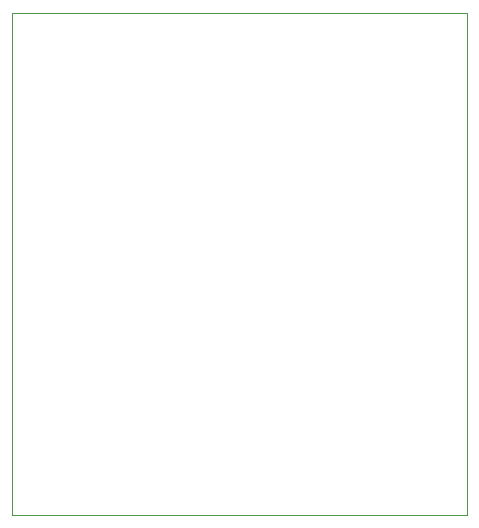
<source format=gbr>
%TF.GenerationSoftware,KiCad,Pcbnew,7.0.11*%
%TF.CreationDate,2024-03-26T21:19:37+01:00*%
%TF.ProjectId,booster_bare_minimum,626f6f73-7465-4725-9f62-6172655f6d69,rev?*%
%TF.SameCoordinates,Original*%
%TF.FileFunction,Profile,NP*%
%FSLAX46Y46*%
G04 Gerber Fmt 4.6, Leading zero omitted, Abs format (unit mm)*
G04 Created by KiCad (PCBNEW 7.0.11) date 2024-03-26 21:19:37*
%MOMM*%
%LPD*%
G01*
G04 APERTURE LIST*
%TA.AperFunction,Profile*%
%ADD10C,0.100000*%
%TD*%
G04 APERTURE END LIST*
D10*
X151500000Y-36000000D02*
X190000000Y-36000000D01*
X190000000Y-78500000D01*
X151500000Y-78500000D01*
X151500000Y-36000000D01*
M02*

</source>
